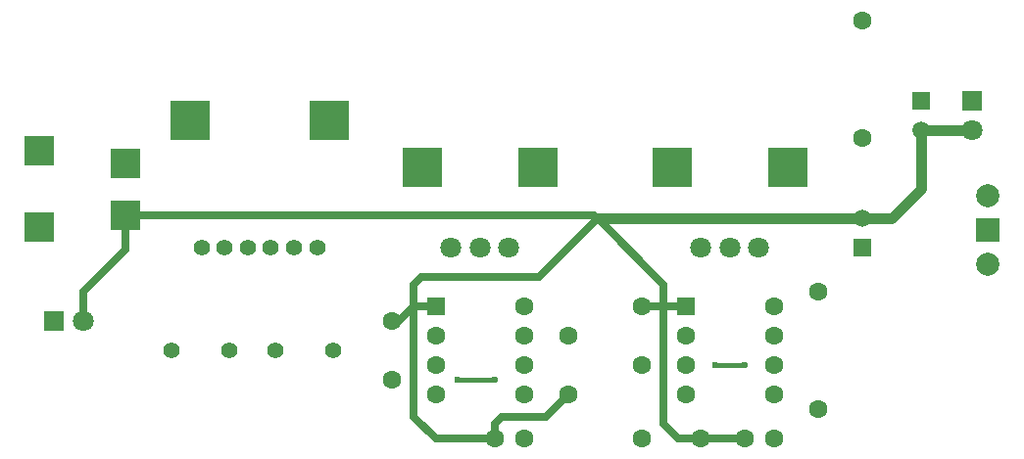
<source format=gbl>
G04 #@! TF.FileFunction,Copper,L2,Bot,Signal*
%FSLAX46Y46*%
G04 Gerber Fmt 4.6, Leading zero omitted, Abs format (unit mm)*
G04 Created by KiCad (PCBNEW 4.0.6) date Mon Jul 17 14:07:17 2017*
%MOMM*%
%LPD*%
G01*
G04 APERTURE LIST*
%ADD10C,0.100000*%
%ADD11C,1.500000*%
%ADD12R,1.500000X1.500000*%
%ADD13C,1.600000*%
%ADD14C,1.400000*%
%ADD15R,1.800000X1.800000*%
%ADD16C,1.800000*%
%ADD17R,2.500000X2.500000*%
%ADD18R,2.000000X2.000000*%
%ADD19C,2.000000*%
%ADD20R,1.600000X1.600000*%
%ADD21R,3.500000X3.500000*%
%ADD22C,0.600000*%
%ADD23C,0.635000*%
%ADD24C,0.889000*%
%ADD25C,0.381000*%
G04 APERTURE END LIST*
D10*
D11*
X118110000Y-96520000D03*
D12*
X118110000Y-99060000D03*
D13*
X99060000Y-109220000D03*
X99060000Y-104140000D03*
X110490000Y-115570000D03*
X107950000Y-115570000D03*
X99060000Y-115570000D03*
X104140000Y-115570000D03*
X92710000Y-106680000D03*
X92710000Y-111760000D03*
X88900000Y-115570000D03*
X86360000Y-115570000D03*
X77470000Y-110490000D03*
X77470000Y-105410000D03*
D14*
X72390000Y-107950000D03*
X67390000Y-107950000D03*
X58420000Y-107950000D03*
X63420000Y-107950000D03*
D11*
X123190000Y-88900000D03*
D12*
X123190000Y-86360000D03*
D15*
X127635000Y-86360000D03*
D16*
X127635000Y-88900000D03*
D15*
X48260000Y-105410000D03*
D16*
X50800000Y-105410000D03*
D17*
X54490000Y-91730000D03*
X54490000Y-96230000D03*
X46990000Y-97280000D03*
X46990000Y-90680000D03*
D13*
X118110000Y-89535000D03*
X118110000Y-79375000D03*
X114300000Y-113030000D03*
X114300000Y-102870000D03*
D18*
X129000000Y-97500000D03*
D19*
X129000000Y-100500000D03*
X129000000Y-94500000D03*
D20*
X102870000Y-104140000D03*
D13*
X102870000Y-106680000D03*
X102870000Y-109220000D03*
X102870000Y-111760000D03*
X110490000Y-111760000D03*
X110490000Y-109220000D03*
X110490000Y-106680000D03*
X110490000Y-104140000D03*
D20*
X81280000Y-104140000D03*
D13*
X81280000Y-106680000D03*
X81280000Y-109220000D03*
X81280000Y-111760000D03*
X88900000Y-111760000D03*
X88900000Y-109220000D03*
X88900000Y-106680000D03*
X88900000Y-104140000D03*
D21*
X101680000Y-92060000D03*
D16*
X104180000Y-99060000D03*
X109180000Y-99060000D03*
X106680000Y-99060000D03*
D21*
X111680000Y-92060000D03*
X80090000Y-92060000D03*
D16*
X82590000Y-99060000D03*
X87590000Y-99060000D03*
X85090000Y-99060000D03*
D21*
X90090000Y-92060000D03*
X60040000Y-88060000D03*
D14*
X67040000Y-99060000D03*
X65040000Y-99060000D03*
X69040000Y-99060000D03*
X63040000Y-99060000D03*
X61040000Y-99060000D03*
X71040000Y-99060000D03*
D21*
X72040000Y-88060000D03*
D22*
X105410000Y-109220000D03*
X107950000Y-109220000D03*
X83185000Y-110490000D03*
X86360000Y-110490000D03*
D23*
X54490000Y-96230000D02*
X94960000Y-96230000D01*
X94960000Y-96230000D02*
X95250000Y-96520000D01*
X50800000Y-105410000D02*
X50800000Y-102870000D01*
X54490000Y-99180000D02*
X54490000Y-96230000D01*
X50800000Y-102870000D02*
X54490000Y-99180000D01*
X79375000Y-104140000D02*
X79375000Y-102235000D01*
X79375000Y-102235000D02*
X80010000Y-101600000D01*
X80010000Y-101600000D02*
X90170000Y-101600000D01*
X90170000Y-101600000D02*
X95250000Y-96520000D01*
X100965000Y-104140000D02*
X100965000Y-102235000D01*
X100965000Y-102235000D02*
X95250000Y-96520000D01*
D24*
X95250000Y-96520000D02*
X118110000Y-96520000D01*
D23*
X86360000Y-115570000D02*
X86360000Y-114300000D01*
X90805000Y-113665000D02*
X92710000Y-111760000D01*
X86995000Y-113665000D02*
X90805000Y-113665000D01*
X86360000Y-114300000D02*
X86995000Y-113665000D01*
X79375000Y-104140000D02*
X79375000Y-113665000D01*
X81280000Y-115570000D02*
X86360000Y-115570000D01*
X79375000Y-113665000D02*
X81280000Y-115570000D01*
X77470000Y-105410000D02*
X78105000Y-105410000D01*
X78105000Y-105410000D02*
X79375000Y-104140000D01*
X79375000Y-104140000D02*
X81280000Y-104140000D01*
X104140000Y-115570000D02*
X107950000Y-115570000D01*
X100965000Y-104140000D02*
X100965000Y-114300000D01*
X102235000Y-115570000D02*
X104140000Y-115570000D01*
X100965000Y-114300000D02*
X102235000Y-115570000D01*
X102870000Y-104140000D02*
X100965000Y-104140000D01*
X100965000Y-104140000D02*
X99060000Y-104140000D01*
D24*
X118110000Y-96520000D02*
X120650000Y-96520000D01*
X120650000Y-96520000D02*
X123190000Y-93980000D01*
X123190000Y-93980000D02*
X123190000Y-88900000D01*
X127635000Y-88900000D02*
X123190000Y-88900000D01*
D25*
X107950000Y-109220000D02*
X105410000Y-109220000D01*
X86360000Y-110490000D02*
X83185000Y-110490000D01*
M02*

</source>
